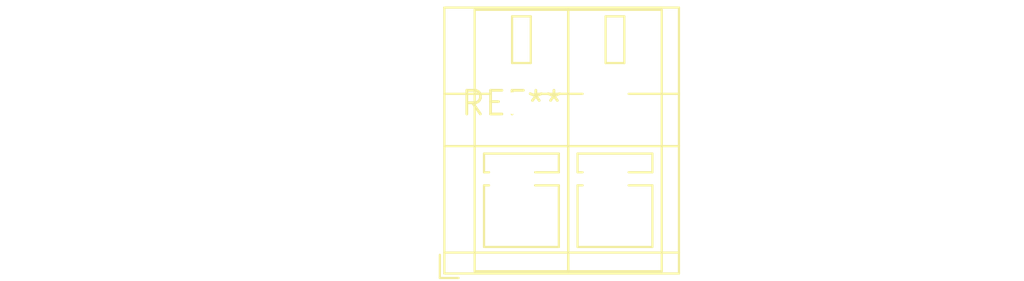
<source format=kicad_pcb>
(kicad_pcb (version 20240108) (generator pcbnew)
  (layers (0 "F.Cu" signal) (31 "B.Cu" signal) (34 "B.Paste" user) (35 "F.Paste" user) (36 "B.SilkS" user "B.Silkscreen") (37 "F.SilkS" user "F.Silkscreen") (38 "B.Mask" user) (39 "F.Mask" user) (44 "Edge.Cuts" user))
  (net 0 "")
  (footprint "TerminalBlock_WAGO_236-402_1x02_P5.00mm_45Degree" (layer "F.Cu") (at 0 0)
    (property "Reference" "REF**")
    (property "Value" "TerminalBlock_WAGO_236-402_1x02_P5.00mm_45Degree")
    (fp_line (start -3.86 8.12) (end -3.86 9.36) (layer "F.SilkS") (stroke (width 0.12)))
    (fp_line (start -3.86 9.36) (end -2.86 9.36) (layer "F.SilkS") (stroke (width 0.12)))
    (fp_line (start -3.62 -5.12) (end -3.62 9.12) (layer "F.SilkS") (stroke (width 0.12)))
    (fp_line (start -3.62 -5.12) (end 8.921 -5.12) (layer "F.SilkS") (stroke (width 0.12)))
    (fp_line (start -3.62 -0.5) (end -1.23 -0.5) (layer "F.SilkS") (stroke (width 0.12)))
    (fp_line (start -3.62 2.3) (end 8.921 2.3) (layer "F.SilkS") (stroke (width 0.12)))
    (fp_line (start -3.62 8) (end 8.921 8) (layer "F.SilkS") (stroke (width 0.12)))
    (fp_line (start -3.62 9.12) (end 8.921 9.12) (layer "F.SilkS") (stroke (width 0.12)))
    (fp_line (start -2 -5) (end -2 9) (layer "F.SilkS") (stroke (width 0.12)))
    (fp_line (start -2 -5) (end 3 -5) (layer "F.SilkS") (stroke (width 0.12)))
    (fp_line (start -2 9) (end 3 9) (layer "F.SilkS") (stroke (width 0.12)))
    (fp_line (start -1.5 2.7) (end -1.5 3.7) (layer "F.SilkS") (stroke (width 0.12)))
    (fp_line (start -1.5 2.7) (end 2.5 2.7) (layer "F.SilkS") (stroke (width 0.12)))
    (fp_line (start -1.5 3.7) (end -1.23 3.7) (layer "F.SilkS") (stroke (width 0.12)))
    (fp_line (start -1.5 4.4) (end -1.5 7.7) (layer "F.SilkS") (stroke (width 0.12)))
    (fp_line (start -1.5 4.4) (end -1.23 4.4) (layer "F.SilkS") (stroke (width 0.12)))
    (fp_line (start -1.5 7.7) (end 2.5 7.7) (layer "F.SilkS") (stroke (width 0.12)))
    (fp_line (start 0 -4.65) (end 0 -2.151) (layer "F.SilkS") (stroke (width 0.12)))
    (fp_line (start 0 -4.65) (end 1 -4.65) (layer "F.SilkS") (stroke (width 0.12)))
    (fp_line (start 0 -2.151) (end 1 -2.151) (layer "F.SilkS") (stroke (width 0.12)))
    (fp_line (start 1 -4.65) (end 1 -2.151) (layer "F.SilkS") (stroke (width 0.12)))
    (fp_line (start 1.23 -0.5) (end 3.77 -0.5) (layer "F.SilkS") (stroke (width 0.12)))
    (fp_line (start 1.23 3.7) (end 2.5 3.7) (layer "F.SilkS") (stroke (width 0.12)))
    (fp_line (start 1.23 4.4) (end 2.5 4.4) (layer "F.SilkS") (stroke (width 0.12)))
    (fp_line (start 2.5 2.7) (end 2.5 3.7) (layer "F.SilkS") (stroke (width 0.12)))
    (fp_line (start 2.5 4.4) (end 2.5 7.7) (layer "F.SilkS") (stroke (width 0.12)))
    (fp_line (start 3 -5) (end 3 9) (layer "F.SilkS") (stroke (width 0.12)))
    (fp_line (start 3 -5) (end 3 9) (layer "F.SilkS") (stroke (width 0.12)))
    (fp_line (start 3 -5) (end 8 -5) (layer "F.SilkS") (stroke (width 0.12)))
    (fp_line (start 3 9) (end 8 9) (layer "F.SilkS") (stroke (width 0.12)))
    (fp_line (start 3.5 2.7) (end 3.5 3.7) (layer "F.SilkS") (stroke (width 0.12)))
    (fp_line (start 3.5 2.7) (end 7.5 2.7) (layer "F.SilkS") (stroke (width 0.12)))
    (fp_line (start 3.5 3.7) (end 3.77 3.7) (layer "F.SilkS") (stroke (width 0.12)))
    (fp_line (start 3.5 4.4) (end 3.5 7.7) (layer "F.SilkS") (stroke (width 0.12)))
    (fp_line (start 3.5 4.4) (end 3.77 4.4) (layer "F.SilkS") (stroke (width 0.12)))
    (fp_line (start 3.5 7.7) (end 7.5 7.7) (layer "F.SilkS") (stroke (width 0.12)))
    (fp_line (start 5 -4.65) (end 5 -2.151) (layer "F.SilkS") (stroke (width 0.12)))
    (fp_line (start 5 -4.65) (end 6 -4.65) (layer "F.SilkS") (stroke (width 0.12)))
    (fp_line (start 5 -2.151) (end 6 -2.151) (layer "F.SilkS") (stroke (width 0.12)))
    (fp_line (start 6 -4.65) (end 6 -2.151) (layer "F.SilkS") (stroke (width 0.12)))
    (fp_line (start 6.23 -0.5) (end 8.921 -0.5) (layer "F.SilkS") (stroke (width 0.12)))
    (fp_line (start 6.23 3.7) (end 7.5 3.7) (layer "F.SilkS") (stroke (width 0.12)))
    (fp_line (start 6.23 4.4) (end 7.5 4.4) (layer "F.SilkS") (stroke (width 0.12)))
    (fp_line (start 7.5 2.7) (end 7.5 3.7) (layer "F.SilkS") (stroke (width 0.12)))
    (fp_line (start 7.5 4.4) (end 7.5 7.7) (layer "F.SilkS") (stroke (width 0.12)))
    (fp_line (start 8 -5) (end 8 9) (layer "F.SilkS") (stroke (width 0.12)))
    (fp_line (start 8.921 -5.12) (end 8.921 9.12) (layer "F.SilkS") (stroke (width 0.12)))
    (pad "1" thru_hole rect (at 0 0) (size 1.5 3) (drill 1.15) (layers *.Cu *.Mask) (remove_unused_layers))
    (pad "1" thru_hole rect (at 0 5) (size 1.5 3) (drill 1.15) (layers *.Cu *.Mask) (remove_unused_layers))
    (pad "2" thru_hole oval (at 5 0) (size 1.5 3) (drill 1.15) (layers *.Cu *.Mask) (remove_unused_layers))
    (pad "2" thru_hole oval (at 5 5) (size 1.5 3) (drill 1.15) (layers *.Cu *.Mask) (remove_unused_layers))
  )
)
</source>
